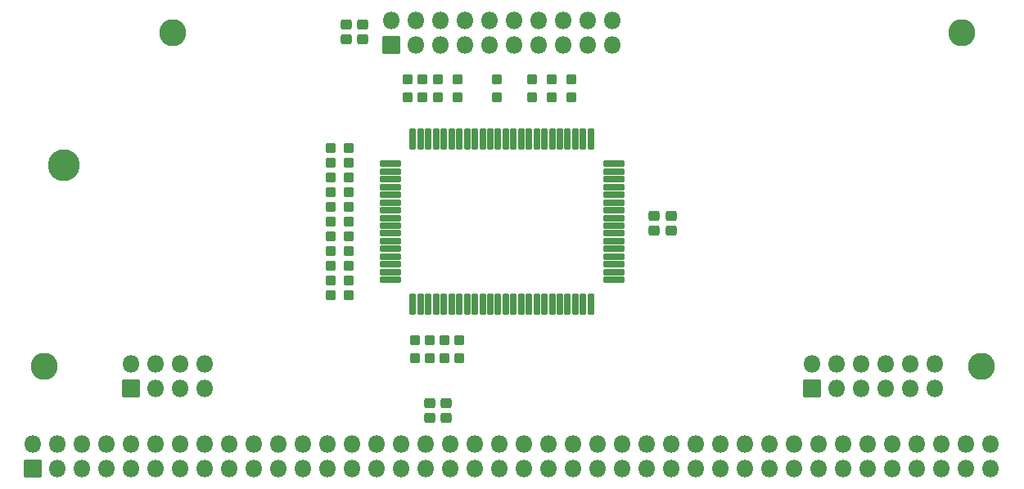
<source format=gbr>
%TF.GenerationSoftware,KiCad,Pcbnew,8.0.4*%
%TF.CreationDate,2024-07-26T11:17:42-07:00*%
%TF.ProjectId,ZORO,5a4f524f-2e6b-4696-9361-645f70636258,0*%
%TF.SameCoordinates,Original*%
%TF.FileFunction,Soldermask,Top*%
%TF.FilePolarity,Negative*%
%FSLAX46Y46*%
G04 Gerber Fmt 4.6, Leading zero omitted, Abs format (unit mm)*
G04 Created by KiCad (PCBNEW 8.0.4) date 2024-07-26 11:17:42*
%MOMM*%
%LPD*%
G01*
G04 APERTURE LIST*
G04 Aperture macros list*
%AMRoundRect*
0 Rectangle with rounded corners*
0 $1 Rounding radius*
0 $2 $3 $4 $5 $6 $7 $8 $9 X,Y pos of 4 corners*
0 Add a 4 corners polygon primitive as box body*
4,1,4,$2,$3,$4,$5,$6,$7,$8,$9,$2,$3,0*
0 Add four circle primitives for the rounded corners*
1,1,$1+$1,$2,$3*
1,1,$1+$1,$4,$5*
1,1,$1+$1,$6,$7*
1,1,$1+$1,$8,$9*
0 Add four rect primitives between the rounded corners*
20,1,$1+$1,$2,$3,$4,$5,0*
20,1,$1+$1,$4,$5,$6,$7,0*
20,1,$1+$1,$6,$7,$8,$9,0*
20,1,$1+$1,$8,$9,$2,$3,0*%
G04 Aperture macros list end*
%ADD10C,3.302000*%
%ADD11C,2.802000*%
%ADD12RoundRect,0.263000X0.263000X-0.275500X0.263000X0.275500X-0.263000X0.275500X-0.263000X-0.275500X0*%
%ADD13RoundRect,0.263000X0.275500X0.263000X-0.275500X0.263000X-0.275500X-0.263000X0.275500X-0.263000X0*%
%ADD14RoundRect,0.263000X-0.263000X0.275500X-0.263000X-0.275500X0.263000X-0.275500X0.263000X0.275500X0*%
%ADD15RoundRect,0.263000X0.325500X0.263000X-0.325500X0.263000X-0.325500X-0.263000X0.325500X-0.263000X0*%
%ADD16RoundRect,0.051000X0.850000X-0.850000X0.850000X0.850000X-0.850000X0.850000X-0.850000X-0.850000X0*%
%ADD17O,1.802000X1.802000*%
%ADD18RoundRect,0.263000X-0.325500X-0.263000X0.325500X-0.263000X0.325500X0.263000X-0.325500X0.263000X0*%
%ADD19RoundRect,0.051000X-0.850000X0.850000X-0.850000X-0.850000X0.850000X-0.850000X0.850000X0.850000X0*%
%ADD20RoundRect,0.051000X0.250000X-1.050000X0.250000X1.050000X-0.250000X1.050000X-0.250000X-1.050000X0*%
%ADD21RoundRect,0.051000X1.050000X0.250000X-1.050000X0.250000X-1.050000X-0.250000X1.050000X-0.250000X0*%
G04 APERTURE END LIST*
D10*
%TO.C,H1*%
X5024120Y33134300D03*
%TD*%
D11*
%TO.C,H3*%
X97886520Y46863000D03*
%TD*%
%TO.C,H4*%
X99918520Y12331700D03*
%TD*%
%TO.C,H5*%
X2992120Y12331700D03*
%TD*%
D12*
%TO.C,R14*%
X42037000Y40235500D03*
X42037000Y42060500D03*
%TD*%
D13*
%TO.C,R3*%
X34440500Y25781000D03*
X32615500Y25781000D03*
%TD*%
D14*
%TO.C,R15*%
X44323000Y15022200D03*
X44323000Y13197200D03*
%TD*%
D13*
%TO.C,R5*%
X34440500Y19685000D03*
X32615500Y19685000D03*
%TD*%
D15*
%TO.C,C1*%
X44550500Y8509000D03*
X42825500Y8509000D03*
%TD*%
D12*
%TO.C,R35*%
X55455000Y40235500D03*
X55455000Y42060500D03*
%TD*%
D16*
%TO.C,J4*%
X82341720Y10045700D03*
D17*
X82341720Y12585700D03*
X84881720Y10045700D03*
X84881720Y12585700D03*
X87421720Y10045700D03*
X87421720Y12585700D03*
X89961720Y10045700D03*
X89961720Y12585700D03*
X92501720Y10045700D03*
X92501720Y12585700D03*
X95041720Y10045700D03*
X95041720Y12585700D03*
%TD*%
D12*
%TO.C,R31*%
X53423000Y40235500D03*
X53423000Y42060500D03*
%TD*%
D16*
%TO.C,J5*%
X11963400Y10045700D03*
D17*
X11963400Y12585700D03*
X14503400Y10045700D03*
X14503400Y12585700D03*
X17043400Y10045700D03*
X17043400Y12585700D03*
X19583400Y10045700D03*
X19583400Y12585700D03*
%TD*%
D12*
%TO.C,R18*%
X43688000Y40235500D03*
X43688000Y42060500D03*
%TD*%
D15*
%TO.C,C2*%
X44550500Y6985000D03*
X42825500Y6985000D03*
%TD*%
D12*
%TO.C,R32*%
X49784000Y40235500D03*
X49784000Y42060500D03*
%TD*%
D13*
%TO.C,R2*%
X34440500Y33401000D03*
X32615500Y33401000D03*
%TD*%
D16*
%TO.C,J3*%
X38867000Y45658000D03*
D17*
X38867000Y48198000D03*
X41407000Y45658000D03*
X41407000Y48198000D03*
X43947000Y45658000D03*
X43947000Y48198000D03*
X46487000Y45658000D03*
X46487000Y48198000D03*
X49027000Y45658000D03*
X49027000Y48198000D03*
X51567000Y45658000D03*
X51567000Y48198000D03*
X54107000Y45658000D03*
X54107000Y48198000D03*
X56647000Y45658000D03*
X56647000Y48198000D03*
X59187000Y45658000D03*
X59187000Y48198000D03*
X61727000Y45658000D03*
X61727000Y48198000D03*
%TD*%
D13*
%TO.C,R6*%
X34440500Y30353000D03*
X32615500Y30353000D03*
%TD*%
D12*
%TO.C,R33*%
X45720000Y40235500D03*
X45720000Y42060500D03*
%TD*%
D13*
%TO.C,R4*%
X34440500Y31877000D03*
X32615500Y31877000D03*
%TD*%
%TO.C,R9*%
X34440500Y24257000D03*
X32615500Y24257000D03*
%TD*%
D18*
%TO.C,C4*%
X66066500Y27940000D03*
X67791500Y27940000D03*
%TD*%
D11*
%TO.C,H2*%
X16276320Y46863000D03*
%TD*%
D19*
%TO.C,J2*%
X1803400Y1752600D03*
D17*
X4343400Y1752600D03*
X6883400Y1752600D03*
X9423400Y1752600D03*
X11963400Y1752600D03*
X14503400Y1752600D03*
X17043400Y1752600D03*
X19583400Y1752600D03*
X22123400Y1752600D03*
X24663400Y1752600D03*
X27203400Y1752600D03*
X29743400Y1752600D03*
X32283400Y1752600D03*
X34823400Y1752600D03*
X37363400Y1752600D03*
X39903400Y1752600D03*
X42443400Y1752600D03*
X44983400Y1752600D03*
X47523400Y1752600D03*
X50063400Y1752600D03*
X52603400Y1752600D03*
X55143400Y1752600D03*
X57683400Y1752600D03*
X60223400Y1752600D03*
X62763400Y1752600D03*
X65303400Y1752600D03*
X67843400Y1752600D03*
X70383400Y1752600D03*
X72923400Y1752600D03*
X75463400Y1752600D03*
X78003400Y1752600D03*
X80543400Y1752600D03*
X83083400Y1752600D03*
X85623400Y1752600D03*
X88163400Y1752600D03*
X90703400Y1752600D03*
X93243400Y1752600D03*
X95783400Y1752600D03*
X98323400Y1752600D03*
X100863400Y1752600D03*
X1803400Y4292600D03*
X4343400Y4292600D03*
X6883400Y4292600D03*
X9423400Y4292600D03*
X11963400Y4292600D03*
X14503400Y4292600D03*
X17043400Y4292600D03*
X19583400Y4292600D03*
X22123400Y4292600D03*
X24663400Y4292600D03*
X27203400Y4292600D03*
X29743400Y4292600D03*
X32283400Y4292600D03*
X34823400Y4292600D03*
X37363400Y4292600D03*
X39903400Y4292600D03*
X42443400Y4292600D03*
X44983400Y4292600D03*
X47523400Y4292600D03*
X50063400Y4292600D03*
X52603400Y4292600D03*
X55143400Y4292600D03*
X57683400Y4292600D03*
X60223400Y4292600D03*
X62763400Y4292600D03*
X65303400Y4292600D03*
X67843400Y4292600D03*
X70383400Y4292600D03*
X72923400Y4292600D03*
X75463400Y4292600D03*
X78003400Y4292600D03*
X80543400Y4292600D03*
X83083400Y4292600D03*
X85623400Y4292600D03*
X88163400Y4292600D03*
X90703400Y4292600D03*
X93243400Y4292600D03*
X95783400Y4292600D03*
X98323400Y4292600D03*
X100863400Y4292600D03*
%TD*%
D14*
%TO.C,R13*%
X42799000Y15022200D03*
X42799000Y13197200D03*
%TD*%
D13*
%TO.C,R12*%
X34440500Y22733000D03*
X32615500Y22733000D03*
%TD*%
%TO.C,R8*%
X34440500Y28829000D03*
X32615500Y28829000D03*
%TD*%
%TO.C,R7*%
X34440500Y21209000D03*
X32615500Y21209000D03*
%TD*%
%TO.C,R10*%
X34440500Y27305000D03*
X32615500Y27305000D03*
%TD*%
D12*
%TO.C,R34*%
X57487000Y40235500D03*
X57487000Y42060500D03*
%TD*%
D18*
%TO.C,C3*%
X66066500Y26416000D03*
X67791500Y26416000D03*
%TD*%
D15*
%TO.C,C6*%
X35914500Y46253400D03*
X34189500Y46253400D03*
%TD*%
D14*
%TO.C,R17*%
X45892720Y15022200D03*
X45892720Y13197200D03*
%TD*%
D12*
%TO.C,R16*%
X40513000Y40235500D03*
X40513000Y42060500D03*
%TD*%
D14*
%TO.C,R11*%
X41275000Y15022200D03*
X41275000Y13197200D03*
%TD*%
D15*
%TO.C,C5*%
X35914500Y47777400D03*
X34189500Y47777400D03*
%TD*%
D20*
%TO.C,U1*%
X41092000Y18755000D03*
X41892000Y18755000D03*
X42692000Y18755000D03*
X43492000Y18755000D03*
X44292000Y18755000D03*
X45092000Y18755000D03*
X45892000Y18755000D03*
X46692000Y18755000D03*
X47492000Y18755000D03*
X48292000Y18755000D03*
X49092000Y18755000D03*
X49892000Y18755000D03*
X50692000Y18755000D03*
X51492000Y18755000D03*
X52292000Y18755000D03*
X53092000Y18755000D03*
X53892000Y18755000D03*
X54692000Y18755000D03*
X55492000Y18755000D03*
X56292000Y18755000D03*
X57092000Y18755000D03*
X57892000Y18755000D03*
X58692000Y18755000D03*
X59492000Y18755000D03*
D21*
X61842000Y21305000D03*
X61842000Y22105000D03*
X61842000Y22905000D03*
X61842000Y23705000D03*
X61842000Y24505000D03*
X61842000Y25305000D03*
X61842000Y26105000D03*
X61842000Y26905000D03*
X61842000Y27705000D03*
X61842000Y28505000D03*
X61842000Y29305000D03*
X61842000Y30105000D03*
X61842000Y30905000D03*
X61842000Y31705000D03*
X61842000Y32505000D03*
X61842000Y33305000D03*
D20*
X59492000Y35855000D03*
X58692000Y35855000D03*
X57892000Y35855000D03*
X57092000Y35855000D03*
X56292000Y35855000D03*
X55492000Y35855000D03*
X54692000Y35855000D03*
X53892000Y35855000D03*
X53092000Y35855000D03*
X52292000Y35855000D03*
X51492000Y35855000D03*
X50692000Y35855000D03*
X49892000Y35855000D03*
X49092000Y35855000D03*
X48292000Y35855000D03*
X47492000Y35855000D03*
X46692000Y35855000D03*
X45892000Y35855000D03*
X45092000Y35855000D03*
X44292000Y35855000D03*
X43492000Y35855000D03*
X42692000Y35855000D03*
X41892000Y35855000D03*
X41092000Y35855000D03*
D21*
X38742000Y33305000D03*
X38742000Y32505000D03*
X38742000Y31705000D03*
X38742000Y30905000D03*
X38742000Y30105000D03*
X38742000Y29305000D03*
X38742000Y28505000D03*
X38742000Y27705000D03*
X38742000Y26905000D03*
X38742000Y26105000D03*
X38742000Y25305000D03*
X38742000Y24505000D03*
X38742000Y23705000D03*
X38742000Y22905000D03*
X38742000Y22105000D03*
X38742000Y21305000D03*
%TD*%
D13*
%TO.C,R1*%
X34440500Y34925000D03*
X32615500Y34925000D03*
%TD*%
M02*

</source>
